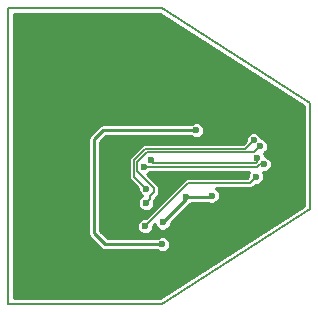
<source format=gbr>
%TF.GenerationSoftware,KiCad,Pcbnew,4.0.7*%
%TF.CreationDate,2018-04-08T16:57:24+02:00*%
%TF.ProjectId,HDMI to CSI,48444D4920746F204353492E6B696361,rev?*%
%TF.FileFunction,Copper,L2,Bot,Signal*%
%FSLAX46Y46*%
G04 Gerber Fmt 4.6, Leading zero omitted, Abs format (unit mm)*
G04 Created by KiCad (PCBNEW 4.0.7) date 04/08/18 16:57:24*
%MOMM*%
%LPD*%
G01*
G04 APERTURE LIST*
%ADD10C,0.150000*%
%ADD11C,0.600000*%
%ADD12C,0.254000*%
%ADD13C,0.200000*%
%ADD14C,0.127000*%
G04 APERTURE END LIST*
D10*
X152500000Y-104500000D02*
X140000000Y-112500000D01*
X152500000Y-95500000D02*
X152500000Y-104500000D01*
X140000000Y-87500000D02*
X152500000Y-95500000D01*
X127000000Y-87500000D02*
X140000000Y-87500000D01*
X127000000Y-112500000D02*
X140000000Y-112500000D01*
X127000000Y-87500000D02*
X127000000Y-112500000D01*
D11*
X140025000Y-107475000D03*
X140075000Y-105625000D03*
X142050000Y-103450000D03*
X144225000Y-103350000D03*
X142900000Y-97825000D03*
X135000000Y-93000000D03*
X148850000Y-99850000D03*
X135225000Y-99000000D03*
X139950000Y-98825000D03*
X148042158Y-100142158D03*
X139035654Y-100364518D03*
X148607842Y-100707842D03*
X138469970Y-100930202D03*
X147751166Y-98671068D03*
X138675000Y-102775000D03*
X148289673Y-99159490D03*
X138650000Y-103975000D03*
X147973863Y-101740510D03*
X138575000Y-105950000D03*
D12*
X134275000Y-106550000D02*
X135200000Y-107475000D01*
X135200000Y-107475000D02*
X140025000Y-107475000D01*
X134275000Y-98575000D02*
X134275000Y-106550000D01*
X135025000Y-97825000D02*
X134275000Y-98575000D01*
X142900000Y-97825000D02*
X135025000Y-97825000D01*
X140075000Y-105625000D02*
X142050000Y-103650000D01*
X142050000Y-103650000D02*
X142050000Y-103450000D01*
X142050000Y-103450000D02*
X144125000Y-103450000D01*
X144125000Y-103450000D02*
X144225000Y-103350000D01*
D13*
X139950000Y-98825000D02*
X135400000Y-98825000D01*
X135400000Y-98825000D02*
X135225000Y-99000000D01*
X135125000Y-99000000D02*
X135225000Y-99000000D01*
X139950000Y-98825000D02*
X139525736Y-98825000D01*
D14*
X148042158Y-100476619D02*
X148042158Y-100142158D01*
X139035654Y-100364518D02*
X139274339Y-100603203D01*
X139274339Y-100603203D02*
X147915574Y-100603203D01*
X147915574Y-100603203D02*
X148042158Y-100476619D01*
X138469970Y-100930202D02*
X148051021Y-100930202D01*
X148273381Y-100707842D02*
X148607842Y-100707842D01*
X148051021Y-100930202D02*
X148273381Y-100707842D01*
X147451167Y-98971067D02*
X147751166Y-98671068D01*
X147001245Y-99420989D02*
X147451167Y-98971067D01*
X138594786Y-99420989D02*
X147001245Y-99420989D01*
X137645989Y-100369786D02*
X138594786Y-99420989D01*
X137645989Y-101745989D02*
X137645989Y-100369786D01*
X138675000Y-102775000D02*
X137645989Y-101745989D01*
X138700000Y-99675000D02*
X147774163Y-99675000D01*
X147774163Y-99675000D02*
X148289673Y-99159490D01*
X137900000Y-100475000D02*
X138700000Y-99675000D01*
X137900000Y-101300000D02*
X137900000Y-100475000D01*
X139325000Y-102725000D02*
X137900000Y-101300000D01*
X139325000Y-103050000D02*
X139325000Y-102725000D01*
X138949999Y-103425001D02*
X139325000Y-103050000D01*
X138650000Y-103975000D02*
X138949999Y-103675001D01*
X138949999Y-103675001D02*
X138949999Y-103425001D01*
X148289673Y-99222031D02*
X148289673Y-99159490D01*
X147673864Y-102040509D02*
X147973863Y-101740510D01*
X147414373Y-102300000D02*
X147673864Y-102040509D01*
X142225000Y-102300000D02*
X147414373Y-102300000D01*
X138575000Y-105950000D02*
X142225000Y-102300000D01*
D12*
G36*
X152044000Y-95749554D02*
X152044000Y-104250446D01*
X139866573Y-112044000D01*
X127456000Y-112044000D01*
X127456000Y-98575000D01*
X133767000Y-98575000D01*
X133767000Y-106550000D01*
X133805669Y-106744403D01*
X133915790Y-106909210D01*
X134840790Y-107834211D01*
X135005597Y-107944331D01*
X135200000Y-107983000D01*
X139569874Y-107983000D01*
X139638741Y-108051987D01*
X139888946Y-108155882D01*
X140159865Y-108156118D01*
X140410252Y-108052661D01*
X140601987Y-107861259D01*
X140705882Y-107611054D01*
X140706118Y-107340135D01*
X140602661Y-107089748D01*
X140411259Y-106898013D01*
X140161054Y-106794118D01*
X139890135Y-106793882D01*
X139639748Y-106897339D01*
X139569966Y-106967000D01*
X135410421Y-106967000D01*
X134783000Y-106339580D01*
X134783000Y-100369786D01*
X137201489Y-100369786D01*
X137201489Y-101745989D01*
X137235325Y-101916092D01*
X137328019Y-102054819D01*
X137331680Y-102060298D01*
X137994045Y-102722663D01*
X137993882Y-102909865D01*
X138097339Y-103160252D01*
X138288741Y-103351987D01*
X138331519Y-103369750D01*
X138264748Y-103397339D01*
X138073013Y-103588741D01*
X137969118Y-103838946D01*
X137968882Y-104109865D01*
X138072339Y-104360252D01*
X138263741Y-104551987D01*
X138513946Y-104655882D01*
X138784865Y-104656118D01*
X139035252Y-104552661D01*
X139226987Y-104361259D01*
X139330882Y-104111054D01*
X139331075Y-103889386D01*
X139360664Y-103845103D01*
X139394499Y-103675001D01*
X139394499Y-103609119D01*
X139639309Y-103364309D01*
X139735665Y-103220102D01*
X139769500Y-103050000D01*
X139769500Y-102725000D01*
X139735664Y-102554897D01*
X139639309Y-102410691D01*
X138771199Y-101542581D01*
X138855222Y-101507863D01*
X138988615Y-101374702D01*
X147388384Y-101374702D01*
X147292981Y-101604456D01*
X147292817Y-101792938D01*
X147230255Y-101855500D01*
X142225000Y-101855500D01*
X142054898Y-101889335D01*
X141910691Y-101985691D01*
X138627337Y-105269045D01*
X138440135Y-105268882D01*
X138189748Y-105372339D01*
X137998013Y-105563741D01*
X137894118Y-105813946D01*
X137893882Y-106084865D01*
X137997339Y-106335252D01*
X138188741Y-106526987D01*
X138438946Y-106630882D01*
X138709865Y-106631118D01*
X138960252Y-106527661D01*
X139151987Y-106336259D01*
X139255882Y-106086054D01*
X139256046Y-105897572D01*
X139393882Y-105759736D01*
X139393882Y-105759865D01*
X139497339Y-106010252D01*
X139688741Y-106201987D01*
X139938946Y-106305882D01*
X140209865Y-106306118D01*
X140460252Y-106202661D01*
X140651987Y-106011259D01*
X140755882Y-105761054D01*
X140755968Y-105662452D01*
X142359430Y-104058990D01*
X142435252Y-104027661D01*
X142505034Y-103958000D01*
X143913428Y-103958000D01*
X144088946Y-104030882D01*
X144359865Y-104031118D01*
X144610252Y-103927661D01*
X144801987Y-103736259D01*
X144905882Y-103486054D01*
X144906118Y-103215135D01*
X144802661Y-102964748D01*
X144611259Y-102773013D01*
X144542593Y-102744500D01*
X147414373Y-102744500D01*
X147584476Y-102710664D01*
X147728682Y-102614309D01*
X147921526Y-102421465D01*
X148108728Y-102421628D01*
X148359115Y-102318171D01*
X148550850Y-102126769D01*
X148654745Y-101876564D01*
X148654981Y-101605645D01*
X148565385Y-101388806D01*
X148742707Y-101388960D01*
X148993094Y-101285503D01*
X149184829Y-101094101D01*
X149288724Y-100843896D01*
X149288960Y-100572977D01*
X149185503Y-100322590D01*
X148994101Y-100130855D01*
X148743896Y-100026960D01*
X148723259Y-100026942D01*
X148723276Y-100007293D01*
X148620883Y-99759481D01*
X148674925Y-99737151D01*
X148866660Y-99545749D01*
X148970555Y-99295544D01*
X148970791Y-99024625D01*
X148867334Y-98774238D01*
X148675932Y-98582503D01*
X148425727Y-98478608D01*
X148408480Y-98478593D01*
X148328827Y-98285816D01*
X148137425Y-98094081D01*
X147887220Y-97990186D01*
X147616301Y-97989950D01*
X147365914Y-98093407D01*
X147174179Y-98284809D01*
X147070284Y-98535014D01*
X147070120Y-98723496D01*
X146817127Y-98976489D01*
X138594786Y-98976489D01*
X138424684Y-99010324D01*
X138280477Y-99106680D01*
X137331680Y-100055477D01*
X137235325Y-100199683D01*
X137201489Y-100369786D01*
X134783000Y-100369786D01*
X134783000Y-98785420D01*
X135235420Y-98333000D01*
X142444874Y-98333000D01*
X142513741Y-98401987D01*
X142763946Y-98505882D01*
X143034865Y-98506118D01*
X143285252Y-98402661D01*
X143476987Y-98211259D01*
X143580882Y-97961054D01*
X143581118Y-97690135D01*
X143477661Y-97439748D01*
X143286259Y-97248013D01*
X143036054Y-97144118D01*
X142765135Y-97143882D01*
X142514748Y-97247339D01*
X142444966Y-97317000D01*
X135025000Y-97317000D01*
X134830596Y-97355669D01*
X134665790Y-97465790D01*
X133915790Y-98215790D01*
X133805669Y-98380597D01*
X133767000Y-98575000D01*
X127456000Y-98575000D01*
X127456000Y-87956000D01*
X139866573Y-87956000D01*
X152044000Y-95749554D01*
X152044000Y-95749554D01*
G37*
X152044000Y-95749554D02*
X152044000Y-104250446D01*
X139866573Y-112044000D01*
X127456000Y-112044000D01*
X127456000Y-98575000D01*
X133767000Y-98575000D01*
X133767000Y-106550000D01*
X133805669Y-106744403D01*
X133915790Y-106909210D01*
X134840790Y-107834211D01*
X135005597Y-107944331D01*
X135200000Y-107983000D01*
X139569874Y-107983000D01*
X139638741Y-108051987D01*
X139888946Y-108155882D01*
X140159865Y-108156118D01*
X140410252Y-108052661D01*
X140601987Y-107861259D01*
X140705882Y-107611054D01*
X140706118Y-107340135D01*
X140602661Y-107089748D01*
X140411259Y-106898013D01*
X140161054Y-106794118D01*
X139890135Y-106793882D01*
X139639748Y-106897339D01*
X139569966Y-106967000D01*
X135410421Y-106967000D01*
X134783000Y-106339580D01*
X134783000Y-100369786D01*
X137201489Y-100369786D01*
X137201489Y-101745989D01*
X137235325Y-101916092D01*
X137328019Y-102054819D01*
X137331680Y-102060298D01*
X137994045Y-102722663D01*
X137993882Y-102909865D01*
X138097339Y-103160252D01*
X138288741Y-103351987D01*
X138331519Y-103369750D01*
X138264748Y-103397339D01*
X138073013Y-103588741D01*
X137969118Y-103838946D01*
X137968882Y-104109865D01*
X138072339Y-104360252D01*
X138263741Y-104551987D01*
X138513946Y-104655882D01*
X138784865Y-104656118D01*
X139035252Y-104552661D01*
X139226987Y-104361259D01*
X139330882Y-104111054D01*
X139331075Y-103889386D01*
X139360664Y-103845103D01*
X139394499Y-103675001D01*
X139394499Y-103609119D01*
X139639309Y-103364309D01*
X139735665Y-103220102D01*
X139769500Y-103050000D01*
X139769500Y-102725000D01*
X139735664Y-102554897D01*
X139639309Y-102410691D01*
X138771199Y-101542581D01*
X138855222Y-101507863D01*
X138988615Y-101374702D01*
X147388384Y-101374702D01*
X147292981Y-101604456D01*
X147292817Y-101792938D01*
X147230255Y-101855500D01*
X142225000Y-101855500D01*
X142054898Y-101889335D01*
X141910691Y-101985691D01*
X138627337Y-105269045D01*
X138440135Y-105268882D01*
X138189748Y-105372339D01*
X137998013Y-105563741D01*
X137894118Y-105813946D01*
X137893882Y-106084865D01*
X137997339Y-106335252D01*
X138188741Y-106526987D01*
X138438946Y-106630882D01*
X138709865Y-106631118D01*
X138960252Y-106527661D01*
X139151987Y-106336259D01*
X139255882Y-106086054D01*
X139256046Y-105897572D01*
X139393882Y-105759736D01*
X139393882Y-105759865D01*
X139497339Y-106010252D01*
X139688741Y-106201987D01*
X139938946Y-106305882D01*
X140209865Y-106306118D01*
X140460252Y-106202661D01*
X140651987Y-106011259D01*
X140755882Y-105761054D01*
X140755968Y-105662452D01*
X142359430Y-104058990D01*
X142435252Y-104027661D01*
X142505034Y-103958000D01*
X143913428Y-103958000D01*
X144088946Y-104030882D01*
X144359865Y-104031118D01*
X144610252Y-103927661D01*
X144801987Y-103736259D01*
X144905882Y-103486054D01*
X144906118Y-103215135D01*
X144802661Y-102964748D01*
X144611259Y-102773013D01*
X144542593Y-102744500D01*
X147414373Y-102744500D01*
X147584476Y-102710664D01*
X147728682Y-102614309D01*
X147921526Y-102421465D01*
X148108728Y-102421628D01*
X148359115Y-102318171D01*
X148550850Y-102126769D01*
X148654745Y-101876564D01*
X148654981Y-101605645D01*
X148565385Y-101388806D01*
X148742707Y-101388960D01*
X148993094Y-101285503D01*
X149184829Y-101094101D01*
X149288724Y-100843896D01*
X149288960Y-100572977D01*
X149185503Y-100322590D01*
X148994101Y-100130855D01*
X148743896Y-100026960D01*
X148723259Y-100026942D01*
X148723276Y-100007293D01*
X148620883Y-99759481D01*
X148674925Y-99737151D01*
X148866660Y-99545749D01*
X148970555Y-99295544D01*
X148970791Y-99024625D01*
X148867334Y-98774238D01*
X148675932Y-98582503D01*
X148425727Y-98478608D01*
X148408480Y-98478593D01*
X148328827Y-98285816D01*
X148137425Y-98094081D01*
X147887220Y-97990186D01*
X147616301Y-97989950D01*
X147365914Y-98093407D01*
X147174179Y-98284809D01*
X147070284Y-98535014D01*
X147070120Y-98723496D01*
X146817127Y-98976489D01*
X138594786Y-98976489D01*
X138424684Y-99010324D01*
X138280477Y-99106680D01*
X137331680Y-100055477D01*
X137235325Y-100199683D01*
X137201489Y-100369786D01*
X134783000Y-100369786D01*
X134783000Y-98785420D01*
X135235420Y-98333000D01*
X142444874Y-98333000D01*
X142513741Y-98401987D01*
X142763946Y-98505882D01*
X143034865Y-98506118D01*
X143285252Y-98402661D01*
X143476987Y-98211259D01*
X143580882Y-97961054D01*
X143581118Y-97690135D01*
X143477661Y-97439748D01*
X143286259Y-97248013D01*
X143036054Y-97144118D01*
X142765135Y-97143882D01*
X142514748Y-97247339D01*
X142444966Y-97317000D01*
X135025000Y-97317000D01*
X134830596Y-97355669D01*
X134665790Y-97465790D01*
X133915790Y-98215790D01*
X133805669Y-98380597D01*
X133767000Y-98575000D01*
X127456000Y-98575000D01*
X127456000Y-87956000D01*
X139866573Y-87956000D01*
X152044000Y-95749554D01*
M02*

</source>
